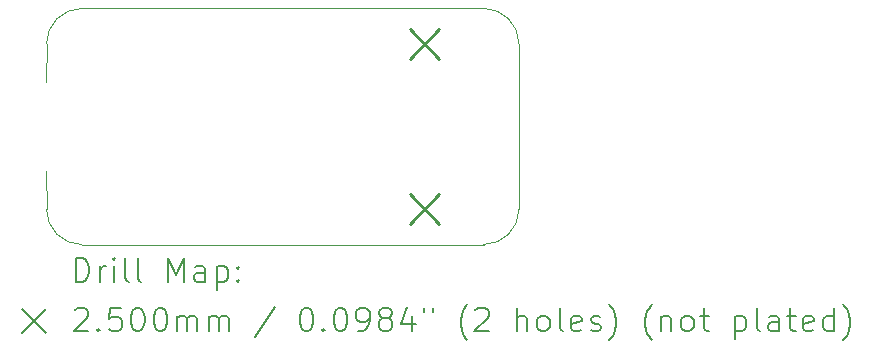
<source format=gbr>
%FSLAX45Y45*%
G04 Gerber Fmt 4.5, Leading zero omitted, Abs format (unit mm)*
G04 Created by KiCad (PCBNEW (6.0.0-0)) date 2022-11-25 09:55:03*
%MOMM*%
%LPD*%
G01*
G04 APERTURE LIST*
%TA.AperFunction,Profile*%
%ADD10C,0.100000*%
%TD*%
%ADD11C,0.200000*%
%ADD12C,0.250000*%
G04 APERTURE END LIST*
D10*
X16200000Y-10000000D02*
G75*
G03*
X16500000Y-9700000I0J300000D01*
G01*
X16500000Y-8300000D02*
X16500000Y-9700000D01*
X12800000Y-8000000D02*
G75*
G03*
X12500000Y-8300000I0J-300000D01*
G01*
X16200000Y-10000000D02*
X12800000Y-10000000D01*
X12497000Y-8625000D02*
X12500000Y-8300000D01*
X12800000Y-8000000D02*
X16200000Y-8000000D01*
X12500000Y-9700000D02*
X12497000Y-9375000D01*
X16500000Y-8300000D02*
G75*
G03*
X16200000Y-8000000I-300000J0D01*
G01*
X12500000Y-9700000D02*
G75*
G03*
X12800000Y-10000000I300000J0D01*
G01*
D11*
D12*
X15575000Y-8175000D02*
X15825000Y-8425000D01*
X15825000Y-8175000D02*
X15575000Y-8425000D01*
X15575000Y-9575000D02*
X15825000Y-9825000D01*
X15825000Y-9575000D02*
X15575000Y-9825000D01*
D11*
X12749619Y-10315476D02*
X12749619Y-10115476D01*
X12797238Y-10115476D01*
X12825809Y-10125000D01*
X12844857Y-10144048D01*
X12854381Y-10163095D01*
X12863905Y-10201190D01*
X12863905Y-10229762D01*
X12854381Y-10267857D01*
X12844857Y-10286905D01*
X12825809Y-10305952D01*
X12797238Y-10315476D01*
X12749619Y-10315476D01*
X12949619Y-10315476D02*
X12949619Y-10182143D01*
X12949619Y-10220238D02*
X12959143Y-10201190D01*
X12968667Y-10191667D01*
X12987714Y-10182143D01*
X13006762Y-10182143D01*
X13073428Y-10315476D02*
X13073428Y-10182143D01*
X13073428Y-10115476D02*
X13063905Y-10125000D01*
X13073428Y-10134524D01*
X13082952Y-10125000D01*
X13073428Y-10115476D01*
X13073428Y-10134524D01*
X13197238Y-10315476D02*
X13178190Y-10305952D01*
X13168667Y-10286905D01*
X13168667Y-10115476D01*
X13302000Y-10315476D02*
X13282952Y-10305952D01*
X13273428Y-10286905D01*
X13273428Y-10115476D01*
X13530571Y-10315476D02*
X13530571Y-10115476D01*
X13597238Y-10258333D01*
X13663905Y-10115476D01*
X13663905Y-10315476D01*
X13844857Y-10315476D02*
X13844857Y-10210714D01*
X13835333Y-10191667D01*
X13816286Y-10182143D01*
X13778190Y-10182143D01*
X13759143Y-10191667D01*
X13844857Y-10305952D02*
X13825809Y-10315476D01*
X13778190Y-10315476D01*
X13759143Y-10305952D01*
X13749619Y-10286905D01*
X13749619Y-10267857D01*
X13759143Y-10248810D01*
X13778190Y-10239286D01*
X13825809Y-10239286D01*
X13844857Y-10229762D01*
X13940095Y-10182143D02*
X13940095Y-10382143D01*
X13940095Y-10191667D02*
X13959143Y-10182143D01*
X13997238Y-10182143D01*
X14016286Y-10191667D01*
X14025809Y-10201190D01*
X14035333Y-10220238D01*
X14035333Y-10277381D01*
X14025809Y-10296429D01*
X14016286Y-10305952D01*
X13997238Y-10315476D01*
X13959143Y-10315476D01*
X13940095Y-10305952D01*
X14121048Y-10296429D02*
X14130571Y-10305952D01*
X14121048Y-10315476D01*
X14111524Y-10305952D01*
X14121048Y-10296429D01*
X14121048Y-10315476D01*
X14121048Y-10191667D02*
X14130571Y-10201190D01*
X14121048Y-10210714D01*
X14111524Y-10201190D01*
X14121048Y-10191667D01*
X14121048Y-10210714D01*
X12292000Y-10545000D02*
X12492000Y-10745000D01*
X12492000Y-10545000D02*
X12292000Y-10745000D01*
X12740095Y-10554524D02*
X12749619Y-10545000D01*
X12768667Y-10535476D01*
X12816286Y-10535476D01*
X12835333Y-10545000D01*
X12844857Y-10554524D01*
X12854381Y-10573571D01*
X12854381Y-10592619D01*
X12844857Y-10621190D01*
X12730571Y-10735476D01*
X12854381Y-10735476D01*
X12940095Y-10716429D02*
X12949619Y-10725952D01*
X12940095Y-10735476D01*
X12930571Y-10725952D01*
X12940095Y-10716429D01*
X12940095Y-10735476D01*
X13130571Y-10535476D02*
X13035333Y-10535476D01*
X13025809Y-10630714D01*
X13035333Y-10621190D01*
X13054381Y-10611667D01*
X13102000Y-10611667D01*
X13121048Y-10621190D01*
X13130571Y-10630714D01*
X13140095Y-10649762D01*
X13140095Y-10697381D01*
X13130571Y-10716429D01*
X13121048Y-10725952D01*
X13102000Y-10735476D01*
X13054381Y-10735476D01*
X13035333Y-10725952D01*
X13025809Y-10716429D01*
X13263905Y-10535476D02*
X13282952Y-10535476D01*
X13302000Y-10545000D01*
X13311524Y-10554524D01*
X13321048Y-10573571D01*
X13330571Y-10611667D01*
X13330571Y-10659286D01*
X13321048Y-10697381D01*
X13311524Y-10716429D01*
X13302000Y-10725952D01*
X13282952Y-10735476D01*
X13263905Y-10735476D01*
X13244857Y-10725952D01*
X13235333Y-10716429D01*
X13225809Y-10697381D01*
X13216286Y-10659286D01*
X13216286Y-10611667D01*
X13225809Y-10573571D01*
X13235333Y-10554524D01*
X13244857Y-10545000D01*
X13263905Y-10535476D01*
X13454381Y-10535476D02*
X13473428Y-10535476D01*
X13492476Y-10545000D01*
X13502000Y-10554524D01*
X13511524Y-10573571D01*
X13521048Y-10611667D01*
X13521048Y-10659286D01*
X13511524Y-10697381D01*
X13502000Y-10716429D01*
X13492476Y-10725952D01*
X13473428Y-10735476D01*
X13454381Y-10735476D01*
X13435333Y-10725952D01*
X13425809Y-10716429D01*
X13416286Y-10697381D01*
X13406762Y-10659286D01*
X13406762Y-10611667D01*
X13416286Y-10573571D01*
X13425809Y-10554524D01*
X13435333Y-10545000D01*
X13454381Y-10535476D01*
X13606762Y-10735476D02*
X13606762Y-10602143D01*
X13606762Y-10621190D02*
X13616286Y-10611667D01*
X13635333Y-10602143D01*
X13663905Y-10602143D01*
X13682952Y-10611667D01*
X13692476Y-10630714D01*
X13692476Y-10735476D01*
X13692476Y-10630714D02*
X13702000Y-10611667D01*
X13721048Y-10602143D01*
X13749619Y-10602143D01*
X13768667Y-10611667D01*
X13778190Y-10630714D01*
X13778190Y-10735476D01*
X13873428Y-10735476D02*
X13873428Y-10602143D01*
X13873428Y-10621190D02*
X13882952Y-10611667D01*
X13902000Y-10602143D01*
X13930571Y-10602143D01*
X13949619Y-10611667D01*
X13959143Y-10630714D01*
X13959143Y-10735476D01*
X13959143Y-10630714D02*
X13968667Y-10611667D01*
X13987714Y-10602143D01*
X14016286Y-10602143D01*
X14035333Y-10611667D01*
X14044857Y-10630714D01*
X14044857Y-10735476D01*
X14435333Y-10525952D02*
X14263905Y-10783095D01*
X14692476Y-10535476D02*
X14711524Y-10535476D01*
X14730571Y-10545000D01*
X14740095Y-10554524D01*
X14749619Y-10573571D01*
X14759143Y-10611667D01*
X14759143Y-10659286D01*
X14749619Y-10697381D01*
X14740095Y-10716429D01*
X14730571Y-10725952D01*
X14711524Y-10735476D01*
X14692476Y-10735476D01*
X14673428Y-10725952D01*
X14663905Y-10716429D01*
X14654381Y-10697381D01*
X14644857Y-10659286D01*
X14644857Y-10611667D01*
X14654381Y-10573571D01*
X14663905Y-10554524D01*
X14673428Y-10545000D01*
X14692476Y-10535476D01*
X14844857Y-10716429D02*
X14854381Y-10725952D01*
X14844857Y-10735476D01*
X14835333Y-10725952D01*
X14844857Y-10716429D01*
X14844857Y-10735476D01*
X14978190Y-10535476D02*
X14997238Y-10535476D01*
X15016286Y-10545000D01*
X15025809Y-10554524D01*
X15035333Y-10573571D01*
X15044857Y-10611667D01*
X15044857Y-10659286D01*
X15035333Y-10697381D01*
X15025809Y-10716429D01*
X15016286Y-10725952D01*
X14997238Y-10735476D01*
X14978190Y-10735476D01*
X14959143Y-10725952D01*
X14949619Y-10716429D01*
X14940095Y-10697381D01*
X14930571Y-10659286D01*
X14930571Y-10611667D01*
X14940095Y-10573571D01*
X14949619Y-10554524D01*
X14959143Y-10545000D01*
X14978190Y-10535476D01*
X15140095Y-10735476D02*
X15178190Y-10735476D01*
X15197238Y-10725952D01*
X15206762Y-10716429D01*
X15225809Y-10687857D01*
X15235333Y-10649762D01*
X15235333Y-10573571D01*
X15225809Y-10554524D01*
X15216286Y-10545000D01*
X15197238Y-10535476D01*
X15159143Y-10535476D01*
X15140095Y-10545000D01*
X15130571Y-10554524D01*
X15121048Y-10573571D01*
X15121048Y-10621190D01*
X15130571Y-10640238D01*
X15140095Y-10649762D01*
X15159143Y-10659286D01*
X15197238Y-10659286D01*
X15216286Y-10649762D01*
X15225809Y-10640238D01*
X15235333Y-10621190D01*
X15349619Y-10621190D02*
X15330571Y-10611667D01*
X15321048Y-10602143D01*
X15311524Y-10583095D01*
X15311524Y-10573571D01*
X15321048Y-10554524D01*
X15330571Y-10545000D01*
X15349619Y-10535476D01*
X15387714Y-10535476D01*
X15406762Y-10545000D01*
X15416286Y-10554524D01*
X15425809Y-10573571D01*
X15425809Y-10583095D01*
X15416286Y-10602143D01*
X15406762Y-10611667D01*
X15387714Y-10621190D01*
X15349619Y-10621190D01*
X15330571Y-10630714D01*
X15321048Y-10640238D01*
X15311524Y-10659286D01*
X15311524Y-10697381D01*
X15321048Y-10716429D01*
X15330571Y-10725952D01*
X15349619Y-10735476D01*
X15387714Y-10735476D01*
X15406762Y-10725952D01*
X15416286Y-10716429D01*
X15425809Y-10697381D01*
X15425809Y-10659286D01*
X15416286Y-10640238D01*
X15406762Y-10630714D01*
X15387714Y-10621190D01*
X15597238Y-10602143D02*
X15597238Y-10735476D01*
X15549619Y-10525952D02*
X15502000Y-10668810D01*
X15625809Y-10668810D01*
X15692476Y-10535476D02*
X15692476Y-10573571D01*
X15768667Y-10535476D02*
X15768667Y-10573571D01*
X16063905Y-10811667D02*
X16054381Y-10802143D01*
X16035333Y-10773571D01*
X16025809Y-10754524D01*
X16016286Y-10725952D01*
X16006762Y-10678333D01*
X16006762Y-10640238D01*
X16016286Y-10592619D01*
X16025809Y-10564048D01*
X16035333Y-10545000D01*
X16054381Y-10516429D01*
X16063905Y-10506905D01*
X16130571Y-10554524D02*
X16140095Y-10545000D01*
X16159143Y-10535476D01*
X16206762Y-10535476D01*
X16225809Y-10545000D01*
X16235333Y-10554524D01*
X16244857Y-10573571D01*
X16244857Y-10592619D01*
X16235333Y-10621190D01*
X16121048Y-10735476D01*
X16244857Y-10735476D01*
X16482952Y-10735476D02*
X16482952Y-10535476D01*
X16568667Y-10735476D02*
X16568667Y-10630714D01*
X16559143Y-10611667D01*
X16540095Y-10602143D01*
X16511524Y-10602143D01*
X16492476Y-10611667D01*
X16482952Y-10621190D01*
X16692476Y-10735476D02*
X16673428Y-10725952D01*
X16663905Y-10716429D01*
X16654381Y-10697381D01*
X16654381Y-10640238D01*
X16663905Y-10621190D01*
X16673428Y-10611667D01*
X16692476Y-10602143D01*
X16721048Y-10602143D01*
X16740095Y-10611667D01*
X16749619Y-10621190D01*
X16759143Y-10640238D01*
X16759143Y-10697381D01*
X16749619Y-10716429D01*
X16740095Y-10725952D01*
X16721048Y-10735476D01*
X16692476Y-10735476D01*
X16873429Y-10735476D02*
X16854381Y-10725952D01*
X16844857Y-10706905D01*
X16844857Y-10535476D01*
X17025810Y-10725952D02*
X17006762Y-10735476D01*
X16968667Y-10735476D01*
X16949619Y-10725952D01*
X16940095Y-10706905D01*
X16940095Y-10630714D01*
X16949619Y-10611667D01*
X16968667Y-10602143D01*
X17006762Y-10602143D01*
X17025810Y-10611667D01*
X17035333Y-10630714D01*
X17035333Y-10649762D01*
X16940095Y-10668810D01*
X17111524Y-10725952D02*
X17130571Y-10735476D01*
X17168667Y-10735476D01*
X17187714Y-10725952D01*
X17197238Y-10706905D01*
X17197238Y-10697381D01*
X17187714Y-10678333D01*
X17168667Y-10668810D01*
X17140095Y-10668810D01*
X17121048Y-10659286D01*
X17111524Y-10640238D01*
X17111524Y-10630714D01*
X17121048Y-10611667D01*
X17140095Y-10602143D01*
X17168667Y-10602143D01*
X17187714Y-10611667D01*
X17263905Y-10811667D02*
X17273429Y-10802143D01*
X17292476Y-10773571D01*
X17302000Y-10754524D01*
X17311524Y-10725952D01*
X17321048Y-10678333D01*
X17321048Y-10640238D01*
X17311524Y-10592619D01*
X17302000Y-10564048D01*
X17292476Y-10545000D01*
X17273429Y-10516429D01*
X17263905Y-10506905D01*
X17625810Y-10811667D02*
X17616286Y-10802143D01*
X17597238Y-10773571D01*
X17587714Y-10754524D01*
X17578190Y-10725952D01*
X17568667Y-10678333D01*
X17568667Y-10640238D01*
X17578190Y-10592619D01*
X17587714Y-10564048D01*
X17597238Y-10545000D01*
X17616286Y-10516429D01*
X17625810Y-10506905D01*
X17702000Y-10602143D02*
X17702000Y-10735476D01*
X17702000Y-10621190D02*
X17711524Y-10611667D01*
X17730571Y-10602143D01*
X17759143Y-10602143D01*
X17778190Y-10611667D01*
X17787714Y-10630714D01*
X17787714Y-10735476D01*
X17911524Y-10735476D02*
X17892476Y-10725952D01*
X17882952Y-10716429D01*
X17873429Y-10697381D01*
X17873429Y-10640238D01*
X17882952Y-10621190D01*
X17892476Y-10611667D01*
X17911524Y-10602143D01*
X17940095Y-10602143D01*
X17959143Y-10611667D01*
X17968667Y-10621190D01*
X17978190Y-10640238D01*
X17978190Y-10697381D01*
X17968667Y-10716429D01*
X17959143Y-10725952D01*
X17940095Y-10735476D01*
X17911524Y-10735476D01*
X18035333Y-10602143D02*
X18111524Y-10602143D01*
X18063905Y-10535476D02*
X18063905Y-10706905D01*
X18073429Y-10725952D01*
X18092476Y-10735476D01*
X18111524Y-10735476D01*
X18330571Y-10602143D02*
X18330571Y-10802143D01*
X18330571Y-10611667D02*
X18349619Y-10602143D01*
X18387714Y-10602143D01*
X18406762Y-10611667D01*
X18416286Y-10621190D01*
X18425810Y-10640238D01*
X18425810Y-10697381D01*
X18416286Y-10716429D01*
X18406762Y-10725952D01*
X18387714Y-10735476D01*
X18349619Y-10735476D01*
X18330571Y-10725952D01*
X18540095Y-10735476D02*
X18521048Y-10725952D01*
X18511524Y-10706905D01*
X18511524Y-10535476D01*
X18702000Y-10735476D02*
X18702000Y-10630714D01*
X18692476Y-10611667D01*
X18673429Y-10602143D01*
X18635333Y-10602143D01*
X18616286Y-10611667D01*
X18702000Y-10725952D02*
X18682952Y-10735476D01*
X18635333Y-10735476D01*
X18616286Y-10725952D01*
X18606762Y-10706905D01*
X18606762Y-10687857D01*
X18616286Y-10668810D01*
X18635333Y-10659286D01*
X18682952Y-10659286D01*
X18702000Y-10649762D01*
X18768667Y-10602143D02*
X18844857Y-10602143D01*
X18797238Y-10535476D02*
X18797238Y-10706905D01*
X18806762Y-10725952D01*
X18825810Y-10735476D01*
X18844857Y-10735476D01*
X18987714Y-10725952D02*
X18968667Y-10735476D01*
X18930571Y-10735476D01*
X18911524Y-10725952D01*
X18902000Y-10706905D01*
X18902000Y-10630714D01*
X18911524Y-10611667D01*
X18930571Y-10602143D01*
X18968667Y-10602143D01*
X18987714Y-10611667D01*
X18997238Y-10630714D01*
X18997238Y-10649762D01*
X18902000Y-10668810D01*
X19168667Y-10735476D02*
X19168667Y-10535476D01*
X19168667Y-10725952D02*
X19149619Y-10735476D01*
X19111524Y-10735476D01*
X19092476Y-10725952D01*
X19082952Y-10716429D01*
X19073429Y-10697381D01*
X19073429Y-10640238D01*
X19082952Y-10621190D01*
X19092476Y-10611667D01*
X19111524Y-10602143D01*
X19149619Y-10602143D01*
X19168667Y-10611667D01*
X19244857Y-10811667D02*
X19254381Y-10802143D01*
X19273429Y-10773571D01*
X19282952Y-10754524D01*
X19292476Y-10725952D01*
X19302000Y-10678333D01*
X19302000Y-10640238D01*
X19292476Y-10592619D01*
X19282952Y-10564048D01*
X19273429Y-10545000D01*
X19254381Y-10516429D01*
X19244857Y-10506905D01*
M02*

</source>
